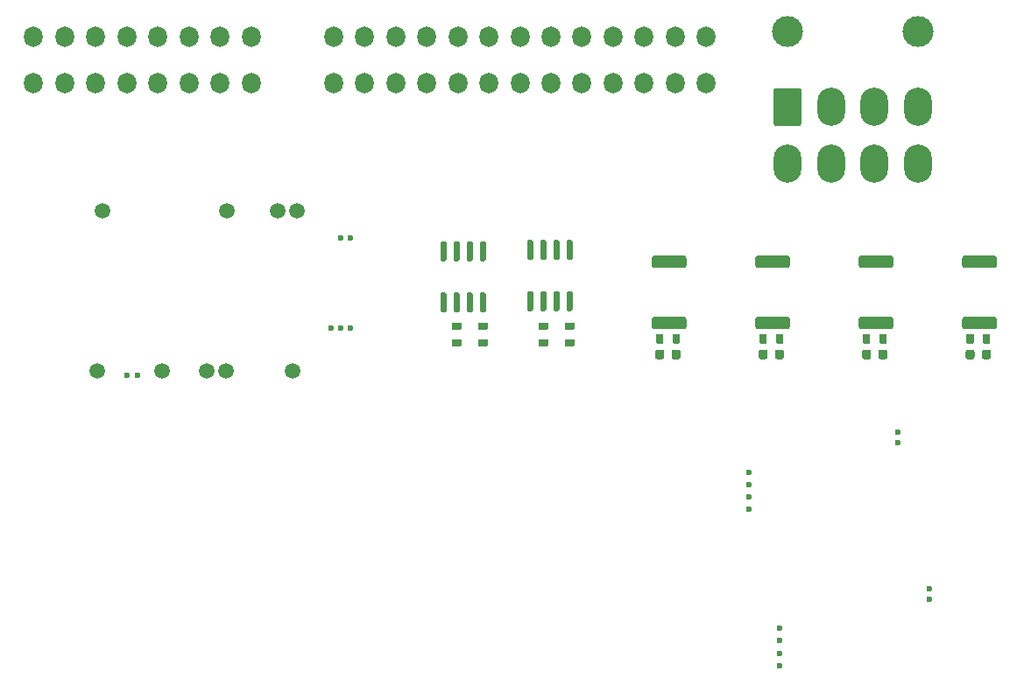
<source format=gbs>
G04 #@! TF.GenerationSoftware,KiCad,Pcbnew,8.0.9-8.0.9-0~ubuntu24.04.1*
G04 #@! TF.CreationDate,2025-06-27T01:07:59+00:00*
G04 #@! TF.ProjectId,EP91Starlet,45503931-5374-4617-926c-65742e6b6963,rev?*
G04 #@! TF.SameCoordinates,Original*
G04 #@! TF.FileFunction,Soldermask,Bot*
G04 #@! TF.FilePolarity,Negative*
%FSLAX46Y46*%
G04 Gerber Fmt 4.6, Leading zero omitted, Abs format (unit mm)*
G04 Created by KiCad (PCBNEW 8.0.9-8.0.9-0~ubuntu24.04.1) date 2025-06-27 01:07:59*
%MOMM*%
%LPD*%
G01*
G04 APERTURE LIST*
%ADD10O,1.800000X2.000000*%
%ADD11C,0.600000*%
%ADD12C,1.500000*%
%ADD13C,3.000000*%
%ADD14O,2.700000X3.700000*%
G04 APERTURE END LIST*
D10*
G04 #@! TO.C,U1*
X3288000Y92126000D03*
X6288000Y92126000D03*
X9288000Y92126000D03*
X12288000Y92126000D03*
X15288000Y92126000D03*
X18288000Y92126000D03*
X21288000Y92126000D03*
X24288000Y92126000D03*
X32288000Y92126000D03*
X35288000Y92126000D03*
X38288000Y92126000D03*
X41288000Y92126000D03*
X44288000Y92126000D03*
X47288000Y92126000D03*
X50288000Y92126000D03*
X53288000Y92126000D03*
X56288000Y92126000D03*
X59288000Y92126000D03*
X62288000Y92126000D03*
X65288000Y92126000D03*
X68288000Y92126000D03*
X68288000Y96626000D03*
X65288000Y96626000D03*
X62288000Y96626000D03*
X59288000Y96626000D03*
X56288000Y96626000D03*
X53288000Y96626000D03*
X50288000Y96626000D03*
X47288000Y96626000D03*
X44288000Y96626000D03*
X41288000Y96626000D03*
X38288000Y96626000D03*
X35288000Y96626000D03*
X32288000Y96626000D03*
X24288000Y96626000D03*
X21288000Y96626000D03*
X18288000Y96626000D03*
X15288000Y96626000D03*
X12288000Y96626000D03*
X9288000Y96626000D03*
X6288000Y96626000D03*
X3288000Y96626000D03*
G04 #@! TD*
D11*
G04 #@! TO.C,M3*
X33906000Y68472000D03*
X32956000Y68472000D03*
X32006002Y68472000D03*
X33006000Y77172000D03*
X33906000Y77172000D03*
G04 #@! TD*
D12*
G04 #@! TO.C,M6*
X28302000Y64292004D03*
X21902003Y64292004D03*
X20002000Y64292004D03*
X15702000Y64292004D03*
D11*
X13302003Y63842005D03*
X12302002Y63842005D03*
D12*
X9452000Y64292004D03*
X28752002Y79792001D03*
X26902003Y79792001D03*
X21952000Y79792001D03*
X9902002Y79792001D03*
G04 #@! TD*
D13*
G04 #@! TO.C,J1*
X76144000Y97140000D03*
X88744000Y97140000D03*
G36*
G01*
X74794000Y88240001D02*
X74794000Y91439999D01*
G75*
G02*
X75044001Y91690000I250001J0D01*
G01*
X77243999Y91690000D01*
G75*
G02*
X77494000Y91439999I0J-250001D01*
G01*
X77494000Y88240001D01*
G75*
G02*
X77243999Y87990000I-250001J0D01*
G01*
X75044001Y87990000D01*
G75*
G02*
X74794000Y88240001I0J250001D01*
G01*
G37*
D14*
X80344000Y89840000D03*
X84544000Y89840000D03*
X88744000Y89840000D03*
X76144000Y84340000D03*
X80344000Y84340000D03*
X84544000Y84340000D03*
X88744000Y84340000D03*
G04 #@! TD*
D11*
G04 #@! TO.C,M5*
X75400000Y38185000D03*
X75400000Y39385000D03*
X75400000Y36985000D03*
X75400000Y35785000D03*
X89825000Y42245000D03*
X89825000Y43245000D03*
G04 #@! TD*
G04 #@! TO.C,M1*
X72405000Y53284000D03*
X72405000Y54484000D03*
X72405000Y52084000D03*
X72405000Y50884000D03*
X86830000Y57344000D03*
X86830000Y58344000D03*
G04 #@! TD*
G04 #@! TO.C,R13*
G36*
G01*
X73443500Y67030000D02*
X73443500Y67810000D01*
G75*
G02*
X73513500Y67880000I70000J0D01*
G01*
X74073500Y67880000D01*
G75*
G02*
X74143500Y67810000I0J-70000D01*
G01*
X74143500Y67030000D01*
G75*
G02*
X74073500Y66960000I-70000J0D01*
G01*
X73513500Y66960000D01*
G75*
G02*
X73443500Y67030000I0J70000D01*
G01*
G37*
G36*
G01*
X75043500Y67030000D02*
X75043500Y67810000D01*
G75*
G02*
X75113500Y67880000I70000J0D01*
G01*
X75673500Y67880000D01*
G75*
G02*
X75743500Y67810000I0J-70000D01*
G01*
X75743500Y67030000D01*
G75*
G02*
X75673500Y66960000I-70000J0D01*
G01*
X75113500Y66960000D01*
G75*
G02*
X75043500Y67030000I0J70000D01*
G01*
G37*
G04 #@! TD*
G04 #@! TO.C,R11*
G36*
G01*
X96129000Y68326500D02*
X93279000Y68326500D01*
G75*
G02*
X93029000Y68576500I0J250000D01*
G01*
X93029000Y69301500D01*
G75*
G02*
X93279000Y69551500I250000J0D01*
G01*
X96129000Y69551500D01*
G75*
G02*
X96379000Y69301500I0J-250000D01*
G01*
X96379000Y68576500D01*
G75*
G02*
X96129000Y68326500I-250000J0D01*
G01*
G37*
G36*
G01*
X96129000Y74251500D02*
X93279000Y74251500D01*
G75*
G02*
X93029000Y74501500I0J250000D01*
G01*
X93029000Y75226500D01*
G75*
G02*
X93279000Y75476500I250000J0D01*
G01*
X96129000Y75476500D01*
G75*
G02*
X96379000Y75226500I0J-250000D01*
G01*
X96379000Y74501500D01*
G75*
G02*
X96129000Y74251500I-250000J0D01*
G01*
G37*
G04 #@! TD*
G04 #@! TO.C,F2*
G36*
G01*
X85806000Y66152250D02*
X85806000Y65639750D01*
G75*
G02*
X85587250Y65421000I-218750J0D01*
G01*
X85149750Y65421000D01*
G75*
G02*
X84931000Y65639750I0J218750D01*
G01*
X84931000Y66152250D01*
G75*
G02*
X85149750Y66371000I218750J0D01*
G01*
X85587250Y66371000D01*
G75*
G02*
X85806000Y66152250I0J-218750D01*
G01*
G37*
G36*
G01*
X84231000Y66152250D02*
X84231000Y65639750D01*
G75*
G02*
X84012250Y65421000I-218750J0D01*
G01*
X83574750Y65421000D01*
G75*
G02*
X83356000Y65639750I0J218750D01*
G01*
X83356000Y66152250D01*
G75*
G02*
X83574750Y66371000I218750J0D01*
G01*
X84012250Y66371000D01*
G75*
G02*
X84231000Y66152250I0J-218750D01*
G01*
G37*
G04 #@! TD*
G04 #@! TO.C,R15*
G36*
G01*
X76129000Y68326500D02*
X73279000Y68326500D01*
G75*
G02*
X73029000Y68576500I0J250000D01*
G01*
X73029000Y69301500D01*
G75*
G02*
X73279000Y69551500I250000J0D01*
G01*
X76129000Y69551500D01*
G75*
G02*
X76379000Y69301500I0J-250000D01*
G01*
X76379000Y68576500D01*
G75*
G02*
X76129000Y68326500I-250000J0D01*
G01*
G37*
G36*
G01*
X76129000Y74251500D02*
X73279000Y74251500D01*
G75*
G02*
X73029000Y74501500I0J250000D01*
G01*
X73029000Y75226500D01*
G75*
G02*
X73279000Y75476500I250000J0D01*
G01*
X76129000Y75476500D01*
G75*
G02*
X76379000Y75226500I0J-250000D01*
G01*
X76379000Y74501500D01*
G75*
G02*
X76129000Y74251500I-250000J0D01*
G01*
G37*
G04 #@! TD*
G04 #@! TO.C,R2*
G36*
G01*
X44548000Y66684000D02*
X43768000Y66684000D01*
G75*
G02*
X43698000Y66754000I0J70000D01*
G01*
X43698000Y67314000D01*
G75*
G02*
X43768000Y67384000I70000J0D01*
G01*
X44548000Y67384000D01*
G75*
G02*
X44618000Y67314000I0J-70000D01*
G01*
X44618000Y66754000D01*
G75*
G02*
X44548000Y66684000I-70000J0D01*
G01*
G37*
G36*
G01*
X44548000Y68284000D02*
X43768000Y68284000D01*
G75*
G02*
X43698000Y68354000I0J70000D01*
G01*
X43698000Y68914000D01*
G75*
G02*
X43768000Y68984000I70000J0D01*
G01*
X44548000Y68984000D01*
G75*
G02*
X44618000Y68914000I0J-70000D01*
G01*
X44618000Y68354000D01*
G75*
G02*
X44548000Y68284000I-70000J0D01*
G01*
G37*
G04 #@! TD*
G04 #@! TO.C,R1*
G36*
G01*
X52930000Y66684000D02*
X52150000Y66684000D01*
G75*
G02*
X52080000Y66754000I0J70000D01*
G01*
X52080000Y67314000D01*
G75*
G02*
X52150000Y67384000I70000J0D01*
G01*
X52930000Y67384000D01*
G75*
G02*
X53000000Y67314000I0J-70000D01*
G01*
X53000000Y66754000D01*
G75*
G02*
X52930000Y66684000I-70000J0D01*
G01*
G37*
G36*
G01*
X52930000Y68284000D02*
X52150000Y68284000D01*
G75*
G02*
X52080000Y68354000I0J70000D01*
G01*
X52080000Y68914000D01*
G75*
G02*
X52150000Y68984000I70000J0D01*
G01*
X52930000Y68984000D01*
G75*
G02*
X53000000Y68914000I0J-70000D01*
G01*
X53000000Y68354000D01*
G75*
G02*
X52930000Y68284000I-70000J0D01*
G01*
G37*
G04 #@! TD*
G04 #@! TO.C,R16*
G36*
G01*
X66129000Y68326500D02*
X63279000Y68326500D01*
G75*
G02*
X63029000Y68576500I0J250000D01*
G01*
X63029000Y69301500D01*
G75*
G02*
X63279000Y69551500I250000J0D01*
G01*
X66129000Y69551500D01*
G75*
G02*
X66379000Y69301500I0J-250000D01*
G01*
X66379000Y68576500D01*
G75*
G02*
X66129000Y68326500I-250000J0D01*
G01*
G37*
G36*
G01*
X66129000Y74251500D02*
X63279000Y74251500D01*
G75*
G02*
X63029000Y74501500I0J250000D01*
G01*
X63029000Y75226500D01*
G75*
G02*
X63279000Y75476500I250000J0D01*
G01*
X66129000Y75476500D01*
G75*
G02*
X66379000Y75226500I0J-250000D01*
G01*
X66379000Y74501500D01*
G75*
G02*
X66129000Y74251500I-250000J0D01*
G01*
G37*
G04 #@! TD*
G04 #@! TO.C,R3*
G36*
G01*
X55470000Y66684000D02*
X54690000Y66684000D01*
G75*
G02*
X54620000Y66754000I0J70000D01*
G01*
X54620000Y67314000D01*
G75*
G02*
X54690000Y67384000I70000J0D01*
G01*
X55470000Y67384000D01*
G75*
G02*
X55540000Y67314000I0J-70000D01*
G01*
X55540000Y66754000D01*
G75*
G02*
X55470000Y66684000I-70000J0D01*
G01*
G37*
G36*
G01*
X55470000Y68284000D02*
X54690000Y68284000D01*
G75*
G02*
X54620000Y68354000I0J70000D01*
G01*
X54620000Y68914000D01*
G75*
G02*
X54690000Y68984000I70000J0D01*
G01*
X55470000Y68984000D01*
G75*
G02*
X55540000Y68914000I0J-70000D01*
G01*
X55540000Y68354000D01*
G75*
G02*
X55470000Y68284000I-70000J0D01*
G01*
G37*
G04 #@! TD*
G04 #@! TO.C,R4*
G36*
G01*
X47088000Y66684000D02*
X46308000Y66684000D01*
G75*
G02*
X46238000Y66754000I0J70000D01*
G01*
X46238000Y67314000D01*
G75*
G02*
X46308000Y67384000I70000J0D01*
G01*
X47088000Y67384000D01*
G75*
G02*
X47158000Y67314000I0J-70000D01*
G01*
X47158000Y66754000D01*
G75*
G02*
X47088000Y66684000I-70000J0D01*
G01*
G37*
G36*
G01*
X47088000Y68284000D02*
X46308000Y68284000D01*
G75*
G02*
X46238000Y68354000I0J70000D01*
G01*
X46238000Y68914000D01*
G75*
G02*
X46308000Y68984000I70000J0D01*
G01*
X47088000Y68984000D01*
G75*
G02*
X47158000Y68914000I0J-70000D01*
G01*
X47158000Y68354000D01*
G75*
G02*
X47088000Y68284000I-70000J0D01*
G01*
G37*
G04 #@! TD*
G04 #@! TO.C,R14*
G36*
G01*
X63443500Y67030000D02*
X63443500Y67810000D01*
G75*
G02*
X63513500Y67880000I70000J0D01*
G01*
X64073500Y67880000D01*
G75*
G02*
X64143500Y67810000I0J-70000D01*
G01*
X64143500Y67030000D01*
G75*
G02*
X64073500Y66960000I-70000J0D01*
G01*
X63513500Y66960000D01*
G75*
G02*
X63443500Y67030000I0J70000D01*
G01*
G37*
G36*
G01*
X65043500Y67030000D02*
X65043500Y67810000D01*
G75*
G02*
X65113500Y67880000I70000J0D01*
G01*
X65673500Y67880000D01*
G75*
G02*
X65743500Y67810000I0J-70000D01*
G01*
X65743500Y67030000D01*
G75*
G02*
X65673500Y66960000I-70000J0D01*
G01*
X65113500Y66960000D01*
G75*
G02*
X65043500Y67030000I0J70000D01*
G01*
G37*
G04 #@! TD*
G04 #@! TO.C,U3*
G36*
G01*
X46848000Y69945000D02*
X46548000Y69945000D01*
G75*
G02*
X46398000Y70095000I0J150000D01*
G01*
X46398000Y71745000D01*
G75*
G02*
X46548000Y71895000I150000J0D01*
G01*
X46848000Y71895000D01*
G75*
G02*
X46998000Y71745000I0J-150000D01*
G01*
X46998000Y70095000D01*
G75*
G02*
X46848000Y69945000I-150000J0D01*
G01*
G37*
G36*
G01*
X45578000Y69945000D02*
X45278000Y69945000D01*
G75*
G02*
X45128000Y70095000I0J150000D01*
G01*
X45128000Y71745000D01*
G75*
G02*
X45278000Y71895000I150000J0D01*
G01*
X45578000Y71895000D01*
G75*
G02*
X45728000Y71745000I0J-150000D01*
G01*
X45728000Y70095000D01*
G75*
G02*
X45578000Y69945000I-150000J0D01*
G01*
G37*
G36*
G01*
X44308000Y69945000D02*
X44008000Y69945000D01*
G75*
G02*
X43858000Y70095000I0J150000D01*
G01*
X43858000Y71745000D01*
G75*
G02*
X44008000Y71895000I150000J0D01*
G01*
X44308000Y71895000D01*
G75*
G02*
X44458000Y71745000I0J-150000D01*
G01*
X44458000Y70095000D01*
G75*
G02*
X44308000Y69945000I-150000J0D01*
G01*
G37*
G36*
G01*
X43038000Y69945000D02*
X42738000Y69945000D01*
G75*
G02*
X42588000Y70095000I0J150000D01*
G01*
X42588000Y71745000D01*
G75*
G02*
X42738000Y71895000I150000J0D01*
G01*
X43038000Y71895000D01*
G75*
G02*
X43188000Y71745000I0J-150000D01*
G01*
X43188000Y70095000D01*
G75*
G02*
X43038000Y69945000I-150000J0D01*
G01*
G37*
G36*
G01*
X43038000Y74895000D02*
X42738000Y74895000D01*
G75*
G02*
X42588000Y75045000I0J150000D01*
G01*
X42588000Y76695000D01*
G75*
G02*
X42738000Y76845000I150000J0D01*
G01*
X43038000Y76845000D01*
G75*
G02*
X43188000Y76695000I0J-150000D01*
G01*
X43188000Y75045000D01*
G75*
G02*
X43038000Y74895000I-150000J0D01*
G01*
G37*
G36*
G01*
X44308000Y74895000D02*
X44008000Y74895000D01*
G75*
G02*
X43858000Y75045000I0J150000D01*
G01*
X43858000Y76695000D01*
G75*
G02*
X44008000Y76845000I150000J0D01*
G01*
X44308000Y76845000D01*
G75*
G02*
X44458000Y76695000I0J-150000D01*
G01*
X44458000Y75045000D01*
G75*
G02*
X44308000Y74895000I-150000J0D01*
G01*
G37*
G36*
G01*
X45578000Y74895000D02*
X45278000Y74895000D01*
G75*
G02*
X45128000Y75045000I0J150000D01*
G01*
X45128000Y76695000D01*
G75*
G02*
X45278000Y76845000I150000J0D01*
G01*
X45578000Y76845000D01*
G75*
G02*
X45728000Y76695000I0J-150000D01*
G01*
X45728000Y75045000D01*
G75*
G02*
X45578000Y74895000I-150000J0D01*
G01*
G37*
G36*
G01*
X46848000Y74895000D02*
X46548000Y74895000D01*
G75*
G02*
X46398000Y75045000I0J150000D01*
G01*
X46398000Y76695000D01*
G75*
G02*
X46548000Y76845000I150000J0D01*
G01*
X46848000Y76845000D01*
G75*
G02*
X46998000Y76695000I0J-150000D01*
G01*
X46998000Y75045000D01*
G75*
G02*
X46848000Y74895000I-150000J0D01*
G01*
G37*
G04 #@! TD*
G04 #@! TO.C,R10*
G36*
G01*
X83443500Y67030000D02*
X83443500Y67810000D01*
G75*
G02*
X83513500Y67880000I70000J0D01*
G01*
X84073500Y67880000D01*
G75*
G02*
X84143500Y67810000I0J-70000D01*
G01*
X84143500Y67030000D01*
G75*
G02*
X84073500Y66960000I-70000J0D01*
G01*
X83513500Y66960000D01*
G75*
G02*
X83443500Y67030000I0J70000D01*
G01*
G37*
G36*
G01*
X85043500Y67030000D02*
X85043500Y67810000D01*
G75*
G02*
X85113500Y67880000I70000J0D01*
G01*
X85673500Y67880000D01*
G75*
G02*
X85743500Y67810000I0J-70000D01*
G01*
X85743500Y67030000D01*
G75*
G02*
X85673500Y66960000I-70000J0D01*
G01*
X85113500Y66960000D01*
G75*
G02*
X85043500Y67030000I0J70000D01*
G01*
G37*
G04 #@! TD*
G04 #@! TO.C,R9*
G36*
G01*
X93443500Y67030000D02*
X93443500Y67810000D01*
G75*
G02*
X93513500Y67880000I70000J0D01*
G01*
X94073500Y67880000D01*
G75*
G02*
X94143500Y67810000I0J-70000D01*
G01*
X94143500Y67030000D01*
G75*
G02*
X94073500Y66960000I-70000J0D01*
G01*
X93513500Y66960000D01*
G75*
G02*
X93443500Y67030000I0J70000D01*
G01*
G37*
G36*
G01*
X95043500Y67030000D02*
X95043500Y67810000D01*
G75*
G02*
X95113500Y67880000I70000J0D01*
G01*
X95673500Y67880000D01*
G75*
G02*
X95743500Y67810000I0J-70000D01*
G01*
X95743500Y67030000D01*
G75*
G02*
X95673500Y66960000I-70000J0D01*
G01*
X95113500Y66960000D01*
G75*
G02*
X95043500Y67030000I0J70000D01*
G01*
G37*
G04 #@! TD*
G04 #@! TO.C,F1*
G36*
G01*
X95806000Y66152250D02*
X95806000Y65639750D01*
G75*
G02*
X95587250Y65421000I-218750J0D01*
G01*
X95149750Y65421000D01*
G75*
G02*
X94931000Y65639750I0J218750D01*
G01*
X94931000Y66152250D01*
G75*
G02*
X95149750Y66371000I218750J0D01*
G01*
X95587250Y66371000D01*
G75*
G02*
X95806000Y66152250I0J-218750D01*
G01*
G37*
G36*
G01*
X94231000Y66152250D02*
X94231000Y65639750D01*
G75*
G02*
X94012250Y65421000I-218750J0D01*
G01*
X93574750Y65421000D01*
G75*
G02*
X93356000Y65639750I0J218750D01*
G01*
X93356000Y66152250D01*
G75*
G02*
X93574750Y66371000I218750J0D01*
G01*
X94012250Y66371000D01*
G75*
G02*
X94231000Y66152250I0J-218750D01*
G01*
G37*
G04 #@! TD*
G04 #@! TO.C,R12*
G36*
G01*
X86129000Y68326500D02*
X83279000Y68326500D01*
G75*
G02*
X83029000Y68576500I0J250000D01*
G01*
X83029000Y69301500D01*
G75*
G02*
X83279000Y69551500I250000J0D01*
G01*
X86129000Y69551500D01*
G75*
G02*
X86379000Y69301500I0J-250000D01*
G01*
X86379000Y68576500D01*
G75*
G02*
X86129000Y68326500I-250000J0D01*
G01*
G37*
G36*
G01*
X86129000Y74251500D02*
X83279000Y74251500D01*
G75*
G02*
X83029000Y74501500I0J250000D01*
G01*
X83029000Y75226500D01*
G75*
G02*
X83279000Y75476500I250000J0D01*
G01*
X86129000Y75476500D01*
G75*
G02*
X86379000Y75226500I0J-250000D01*
G01*
X86379000Y74501500D01*
G75*
G02*
X86129000Y74251500I-250000J0D01*
G01*
G37*
G04 #@! TD*
G04 #@! TO.C,F4*
G36*
G01*
X65806000Y66152250D02*
X65806000Y65639750D01*
G75*
G02*
X65587250Y65421000I-218750J0D01*
G01*
X65149750Y65421000D01*
G75*
G02*
X64931000Y65639750I0J218750D01*
G01*
X64931000Y66152250D01*
G75*
G02*
X65149750Y66371000I218750J0D01*
G01*
X65587250Y66371000D01*
G75*
G02*
X65806000Y66152250I0J-218750D01*
G01*
G37*
G36*
G01*
X64231000Y66152250D02*
X64231000Y65639750D01*
G75*
G02*
X64012250Y65421000I-218750J0D01*
G01*
X63574750Y65421000D01*
G75*
G02*
X63356000Y65639750I0J218750D01*
G01*
X63356000Y66152250D01*
G75*
G02*
X63574750Y66371000I218750J0D01*
G01*
X64012250Y66371000D01*
G75*
G02*
X64231000Y66152250I0J-218750D01*
G01*
G37*
G04 #@! TD*
G04 #@! TO.C,F3*
G36*
G01*
X75806000Y66152250D02*
X75806000Y65639750D01*
G75*
G02*
X75587250Y65421000I-218750J0D01*
G01*
X75149750Y65421000D01*
G75*
G02*
X74931000Y65639750I0J218750D01*
G01*
X74931000Y66152250D01*
G75*
G02*
X75149750Y66371000I218750J0D01*
G01*
X75587250Y66371000D01*
G75*
G02*
X75806000Y66152250I0J-218750D01*
G01*
G37*
G36*
G01*
X74231000Y66152250D02*
X74231000Y65639750D01*
G75*
G02*
X74012250Y65421000I-218750J0D01*
G01*
X73574750Y65421000D01*
G75*
G02*
X73356000Y65639750I0J218750D01*
G01*
X73356000Y66152250D01*
G75*
G02*
X73574750Y66371000I218750J0D01*
G01*
X74012250Y66371000D01*
G75*
G02*
X74231000Y66152250I0J-218750D01*
G01*
G37*
G04 #@! TD*
G04 #@! TO.C,U2*
G36*
G01*
X55230000Y70075000D02*
X54930000Y70075000D01*
G75*
G02*
X54780000Y70225000I0J150000D01*
G01*
X54780000Y71875000D01*
G75*
G02*
X54930000Y72025000I150000J0D01*
G01*
X55230000Y72025000D01*
G75*
G02*
X55380000Y71875000I0J-150000D01*
G01*
X55380000Y70225000D01*
G75*
G02*
X55230000Y70075000I-150000J0D01*
G01*
G37*
G36*
G01*
X53960000Y70075000D02*
X53660000Y70075000D01*
G75*
G02*
X53510000Y70225000I0J150000D01*
G01*
X53510000Y71875000D01*
G75*
G02*
X53660000Y72025000I150000J0D01*
G01*
X53960000Y72025000D01*
G75*
G02*
X54110000Y71875000I0J-150000D01*
G01*
X54110000Y70225000D01*
G75*
G02*
X53960000Y70075000I-150000J0D01*
G01*
G37*
G36*
G01*
X52690000Y70075000D02*
X52390000Y70075000D01*
G75*
G02*
X52240000Y70225000I0J150000D01*
G01*
X52240000Y71875000D01*
G75*
G02*
X52390000Y72025000I150000J0D01*
G01*
X52690000Y72025000D01*
G75*
G02*
X52840000Y71875000I0J-150000D01*
G01*
X52840000Y70225000D01*
G75*
G02*
X52690000Y70075000I-150000J0D01*
G01*
G37*
G36*
G01*
X51420000Y70075000D02*
X51120000Y70075000D01*
G75*
G02*
X50970000Y70225000I0J150000D01*
G01*
X50970000Y71875000D01*
G75*
G02*
X51120000Y72025000I150000J0D01*
G01*
X51420000Y72025000D01*
G75*
G02*
X51570000Y71875000I0J-150000D01*
G01*
X51570000Y70225000D01*
G75*
G02*
X51420000Y70075000I-150000J0D01*
G01*
G37*
G36*
G01*
X51420000Y75025000D02*
X51120000Y75025000D01*
G75*
G02*
X50970000Y75175000I0J150000D01*
G01*
X50970000Y76825000D01*
G75*
G02*
X51120000Y76975000I150000J0D01*
G01*
X51420000Y76975000D01*
G75*
G02*
X51570000Y76825000I0J-150000D01*
G01*
X51570000Y75175000D01*
G75*
G02*
X51420000Y75025000I-150000J0D01*
G01*
G37*
G36*
G01*
X52690000Y75025000D02*
X52390000Y75025000D01*
G75*
G02*
X52240000Y75175000I0J150000D01*
G01*
X52240000Y76825000D01*
G75*
G02*
X52390000Y76975000I150000J0D01*
G01*
X52690000Y76975000D01*
G75*
G02*
X52840000Y76825000I0J-150000D01*
G01*
X52840000Y75175000D01*
G75*
G02*
X52690000Y75025000I-150000J0D01*
G01*
G37*
G36*
G01*
X53960000Y75025000D02*
X53660000Y75025000D01*
G75*
G02*
X53510000Y75175000I0J150000D01*
G01*
X53510000Y76825000D01*
G75*
G02*
X53660000Y76975000I150000J0D01*
G01*
X53960000Y76975000D01*
G75*
G02*
X54110000Y76825000I0J-150000D01*
G01*
X54110000Y75175000D01*
G75*
G02*
X53960000Y75025000I-150000J0D01*
G01*
G37*
G36*
G01*
X55230000Y75025000D02*
X54930000Y75025000D01*
G75*
G02*
X54780000Y75175000I0J150000D01*
G01*
X54780000Y76825000D01*
G75*
G02*
X54930000Y76975000I150000J0D01*
G01*
X55230000Y76975000D01*
G75*
G02*
X55380000Y76825000I0J-150000D01*
G01*
X55380000Y75175000D01*
G75*
G02*
X55230000Y75025000I-150000J0D01*
G01*
G37*
G04 #@! TD*
M02*

</source>
